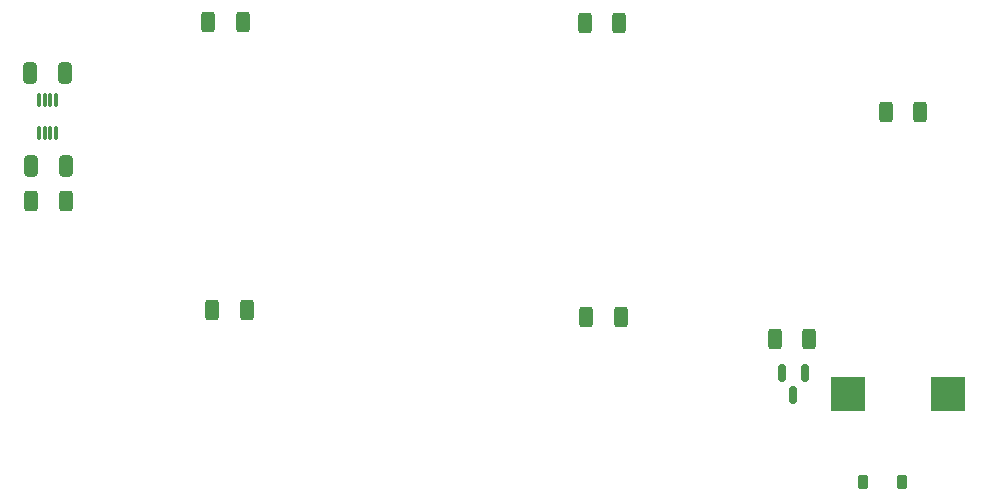
<source format=gbr>
%TF.GenerationSoftware,KiCad,Pcbnew,8.0.6*%
%TF.CreationDate,2025-07-22T18:05:31-04:00*%
%TF.ProjectId,receiver,72656365-6976-4657-922e-6b696361645f,rev?*%
%TF.SameCoordinates,Original*%
%TF.FileFunction,Paste,Bot*%
%TF.FilePolarity,Positive*%
%FSLAX46Y46*%
G04 Gerber Fmt 4.6, Leading zero omitted, Abs format (unit mm)*
G04 Created by KiCad (PCBNEW 8.0.6) date 2025-07-22 18:05:31*
%MOMM*%
%LPD*%
G01*
G04 APERTURE LIST*
G04 Aperture macros list*
%AMRoundRect*
0 Rectangle with rounded corners*
0 $1 Rounding radius*
0 $2 $3 $4 $5 $6 $7 $8 $9 X,Y pos of 4 corners*
0 Add a 4 corners polygon primitive as box body*
4,1,4,$2,$3,$4,$5,$6,$7,$8,$9,$2,$3,0*
0 Add four circle primitives for the rounded corners*
1,1,$1+$1,$2,$3*
1,1,$1+$1,$4,$5*
1,1,$1+$1,$6,$7*
1,1,$1+$1,$8,$9*
0 Add four rect primitives between the rounded corners*
20,1,$1+$1,$2,$3,$4,$5,0*
20,1,$1+$1,$4,$5,$6,$7,0*
20,1,$1+$1,$6,$7,$8,$9,0*
20,1,$1+$1,$8,$9,$2,$3,0*%
G04 Aperture macros list end*
%ADD10RoundRect,0.250000X-0.312500X-0.625000X0.312500X-0.625000X0.312500X0.625000X-0.312500X0.625000X0*%
%ADD11RoundRect,0.150000X-0.150000X0.587500X-0.150000X-0.587500X0.150000X-0.587500X0.150000X0.587500X0*%
%ADD12RoundRect,0.225000X0.225000X0.375000X-0.225000X0.375000X-0.225000X-0.375000X0.225000X-0.375000X0*%
%ADD13RoundRect,0.250000X0.312500X0.625000X-0.312500X0.625000X-0.312500X-0.625000X0.312500X-0.625000X0*%
%ADD14RoundRect,0.250000X0.325000X0.650000X-0.325000X0.650000X-0.325000X-0.650000X0.325000X-0.650000X0*%
%ADD15RoundRect,0.033750X-0.101250X0.526250X-0.101250X-0.526250X0.101250X-0.526250X0.101250X0.526250X0*%
%ADD16RoundRect,0.250000X-0.325000X-0.650000X0.325000X-0.650000X0.325000X0.650000X-0.325000X0.650000X0*%
%ADD17R,3.000000X3.000000*%
G04 APERTURE END LIST*
D10*
%TO.C,BUZ_R2*%
X185708225Y-135033682D03*
X188633225Y-135033682D03*
%TD*%
D11*
%TO.C,Q1*%
X187304033Y-139756633D03*
X186354033Y-137881633D03*
X188254033Y-137881633D03*
%TD*%
D12*
%TO.C,BUZ_D1*%
X196506727Y-147109757D03*
X193206727Y-147109757D03*
%TD*%
D13*
%TO.C,BUT_R2*%
X172696848Y-133161473D03*
X169771848Y-133161473D03*
%TD*%
%TO.C,LLS_R2*%
X125683995Y-123348631D03*
X122758995Y-123348631D03*
%TD*%
D14*
%TO.C,LLS_C2*%
X125668573Y-120333154D03*
X122718573Y-120333154D03*
%TD*%
D13*
%TO.C,BUZ_R1*%
X198025181Y-115768131D03*
X195100181Y-115768131D03*
%TD*%
D15*
%TO.C,U5*%
X123395487Y-114783423D03*
X123895487Y-114783423D03*
X124395487Y-114783423D03*
X124895487Y-114783423D03*
X124895487Y-117593423D03*
X124395487Y-117593423D03*
X123895487Y-117593423D03*
X123395487Y-117593423D03*
%TD*%
D10*
%TO.C,BUT_R4*%
X137751472Y-108198196D03*
X140676472Y-108198196D03*
%TD*%
D13*
%TO.C,BUT_R1*%
X172570696Y-108257561D03*
X169645696Y-108257561D03*
%TD*%
D16*
%TO.C,LLS_C1*%
X122691443Y-112479144D03*
X125641443Y-112479144D03*
%TD*%
D10*
%TO.C,BUT_R3*%
X138107666Y-132508451D03*
X141032666Y-132508451D03*
%TD*%
D17*
%TO.C,BZ1*%
X200350846Y-139669746D03*
X191950846Y-139669746D03*
%TD*%
M02*

</source>
